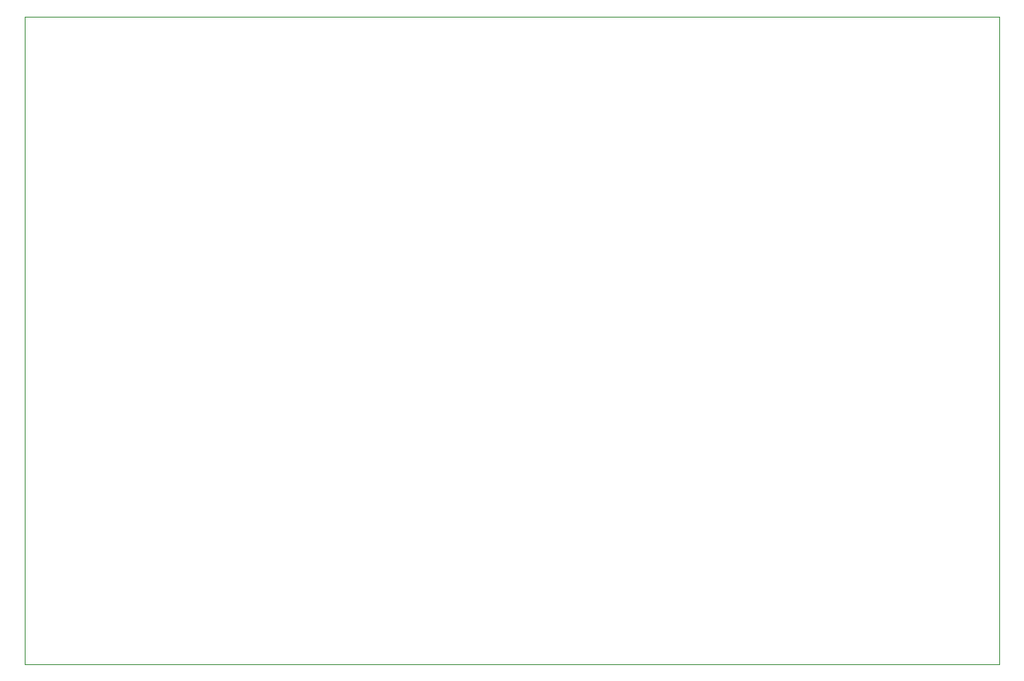
<source format=gm1>
%TF.GenerationSoftware,KiCad,Pcbnew,(6.0.7)*%
%TF.CreationDate,2024-05-27T12:45:13+05:30*%
%TF.ProjectId,G0449P0983,47303434-3950-4303-9938-332e6b696361,rev?*%
%TF.SameCoordinates,Original*%
%TF.FileFunction,Profile,NP*%
%FSLAX46Y46*%
G04 Gerber Fmt 4.6, Leading zero omitted, Abs format (unit mm)*
G04 Created by KiCad (PCBNEW (6.0.7)) date 2024-05-27 12:45:13*
%MOMM*%
%LPD*%
G01*
G04 APERTURE LIST*
%TA.AperFunction,Profile*%
%ADD10C,0.100000*%
%TD*%
G04 APERTURE END LIST*
D10*
X41116702Y-50800000D02*
X144466702Y-50800000D01*
X144466702Y-50800000D02*
X144466702Y-119570000D01*
X144466702Y-119570000D02*
X41116702Y-119570000D01*
X41116702Y-119570000D02*
X41116702Y-50800000D01*
M02*

</source>
